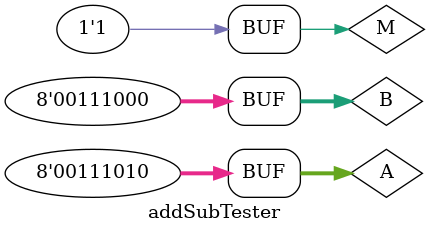
<source format=v>
`timescale 1ns/1ps

module addSubTester;

reg [7:0] A;
reg [7:0] B;
reg M;

wire [7:0] C;
wire Cout;

eightBitAdderSubtractor uut
(
.A(A),
.B(B),
.M(M),
.Cin(M),
.S(C),
.Cout(Cout)
);

initial
begin
	A = 8'd0;
	B = 8'd0;
	M = 0;
	
	#50;
	
	A = 8'h3A;
	B = 8'h38;
	M = 0;
	
	#50;
	
	M = 1;
end

endmodule

</source>
